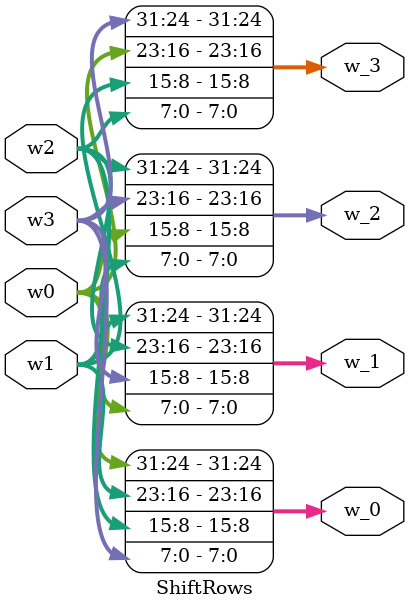
<source format=v>
module ShiftRows(w0,w1,w2,w3,w_0,w_1,w_2,w_3);

input wire[31:0] w0,w1,w2,w3;
output reg[31:0] w_0,w_1,w_2,w_3;

always @(w0 or w1 or w2 or w3) begin
w_0[31:24] = w0[31:24];
w_1[31:24] = w1[31:24];
w_2[31:24] = w2[31:24];
w_3[31:24] = w3[31:24];

w_0[23:16] = w1[23:16];
w_1[23:16] = w2[23:16];
w_2[23:16] = w3[23:16];
w_3[23:16] = w0[23:16];

w_0[15:8] = w2[15:8];
w_1[15:8] = w3[15:8];
w_2[15:8] = w0[15:8];
w_3[15:8] = w1[15:8];

w_0[7:0] = w3[7:0];
w_1[7:0] = w0[7:0];
w_2[7:0] = w1[7:0];
w_3[7:0] = w2[7:0];
end

endmodule

</source>
